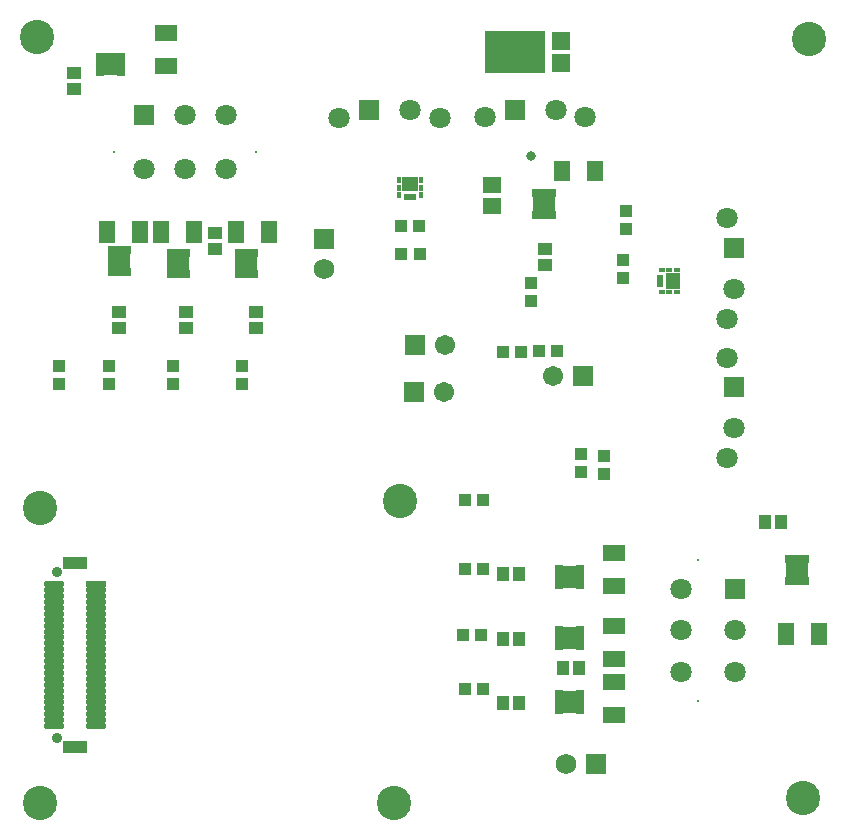
<source format=gts>
G04*
G04 #@! TF.GenerationSoftware,Altium Limited,Altium Designer,18.0.11 (651)*
G04*
G04 Layer_Color=8388736*
%FSLAX25Y25*%
%MOIN*%
G70*
G01*
G75*
%ADD17R,0.03150X0.00787*%
%ADD18R,0.00787X0.03150*%
%ADD42R,0.07493X0.04737*%
%ADD43R,0.01981X0.02769*%
%ADD44R,0.02769X0.01981*%
%ADD45R,0.04737X0.07493*%
%ADD46R,0.04143X0.04537*%
%ADD47R,0.19934X0.14028*%
%ADD48R,0.06312X0.06272*%
%ADD49R,0.06312X0.05328*%
%ADD50R,0.04147X0.04147*%
%ADD51R,0.03950X0.03950*%
%ADD52R,0.04537X0.04143*%
%ADD53R,0.05524X0.07296*%
%ADD54R,0.07296X0.05524*%
%ADD55R,0.07887X0.03950*%
%ADD56O,0.07099X0.01981*%
%ADD57R,0.07099X0.01981*%
%ADD58R,0.05524X0.07099*%
%ADD59R,0.03950X0.03950*%
%ADD60R,0.01981X0.03910*%
%ADD61R,0.02375X0.01784*%
%ADD62R,0.04737X0.05524*%
%ADD63R,0.03910X0.01981*%
%ADD64R,0.01784X0.02375*%
%ADD65R,0.05524X0.04737*%
%ADD66R,0.04147X0.04147*%
%ADD67R,0.06800X0.06800*%
%ADD68C,0.06800*%
%ADD69R,0.06800X0.06800*%
%ADD70C,0.07099*%
%ADD71R,0.07099X0.07099*%
%ADD72R,0.07099X0.07099*%
%ADD73C,0.00800*%
%ADD74C,0.03556*%
%ADD75C,0.06706*%
%ADD76R,0.06706X0.06706*%
%ADD77C,0.11430*%
%ADD78C,0.03162*%
D17*
X176772Y212795D02*
D03*
X264941Y84933D02*
D03*
X77559Y193004D02*
D03*
X54921D02*
D03*
X35236Y193791D02*
D03*
D18*
X190118Y45760D02*
D03*
Y67216D02*
D03*
X37205Y258358D02*
D03*
X190118Y87492D02*
D03*
D42*
X178740Y209842D02*
D03*
X262972Y87886D02*
D03*
X79528Y190051D02*
D03*
X56890D02*
D03*
X37205Y190839D02*
D03*
D43*
X181693Y213386D02*
D03*
X179724D02*
D03*
X177756D02*
D03*
X175787D02*
D03*
Y206299D02*
D03*
X177756D02*
D03*
X179724D02*
D03*
X181693D02*
D03*
X260020Y84342D02*
D03*
X261988D02*
D03*
X263957D02*
D03*
X265925D02*
D03*
Y91429D02*
D03*
X263957D02*
D03*
X261988D02*
D03*
X260020D02*
D03*
X82480Y186508D02*
D03*
X80512D02*
D03*
X78543D02*
D03*
X76575D02*
D03*
Y193595D02*
D03*
X78543D02*
D03*
X80512D02*
D03*
X82480D02*
D03*
X59843D02*
D03*
X57874D02*
D03*
X55906D02*
D03*
X53937D02*
D03*
Y186508D02*
D03*
X55906D02*
D03*
X57874D02*
D03*
X59843D02*
D03*
X40157Y187295D02*
D03*
X38189D02*
D03*
X36220D02*
D03*
X34252D02*
D03*
Y194382D02*
D03*
X36220D02*
D03*
X38189D02*
D03*
X40157D02*
D03*
D44*
X183622Y40839D02*
D03*
Y42807D02*
D03*
Y44776D02*
D03*
Y46744D02*
D03*
X190709D02*
D03*
Y44776D02*
D03*
Y42807D02*
D03*
Y40839D02*
D03*
X183622Y62295D02*
D03*
Y64264D02*
D03*
Y66232D02*
D03*
Y68201D02*
D03*
X190709D02*
D03*
Y66232D02*
D03*
Y64264D02*
D03*
Y62295D02*
D03*
X37795Y253437D02*
D03*
Y255405D02*
D03*
Y257374D02*
D03*
Y259343D02*
D03*
X30709D02*
D03*
Y257374D02*
D03*
Y255405D02*
D03*
Y253437D02*
D03*
X190709Y82571D02*
D03*
Y84539D02*
D03*
Y86508D02*
D03*
Y88476D02*
D03*
X183622D02*
D03*
Y86508D02*
D03*
Y84539D02*
D03*
Y82571D02*
D03*
D45*
X187165Y43791D02*
D03*
Y65248D02*
D03*
X34252Y256390D02*
D03*
X187165Y85524D02*
D03*
D46*
X170236Y43398D02*
D03*
X164921D02*
D03*
X170236Y64961D02*
D03*
X164921D02*
D03*
X170374Y86614D02*
D03*
X165059D02*
D03*
X252461Y103937D02*
D03*
X257776D02*
D03*
X190236Y55307D02*
D03*
X184921D02*
D03*
D47*
X168898Y260630D02*
D03*
D48*
X184547Y256988D02*
D03*
Y264232D02*
D03*
D49*
X161417Y216043D02*
D03*
Y209154D02*
D03*
D50*
X165059Y160630D02*
D03*
X171161D02*
D03*
X137303Y193201D02*
D03*
X131201D02*
D03*
D51*
X183071Y160709D02*
D03*
X177165D02*
D03*
X137008Y202650D02*
D03*
X131102D02*
D03*
X152362Y111024D02*
D03*
X158268D02*
D03*
X152362Y88150D02*
D03*
X158268D02*
D03*
X152362Y48181D02*
D03*
X158268D02*
D03*
X151772Y66102D02*
D03*
X157677D02*
D03*
D52*
X179134Y194783D02*
D03*
Y189469D02*
D03*
X68898Y200287D02*
D03*
Y194973D02*
D03*
X82677Y168398D02*
D03*
Y173713D02*
D03*
X22047Y248122D02*
D03*
Y253437D02*
D03*
X59449Y168398D02*
D03*
Y173713D02*
D03*
X37008Y168398D02*
D03*
Y173713D02*
D03*
D53*
X87008Y200681D02*
D03*
X75984D02*
D03*
X62205D02*
D03*
X51181D02*
D03*
X259449Y66535D02*
D03*
X270472D02*
D03*
X33071Y200681D02*
D03*
X44094D02*
D03*
D54*
X202126Y58063D02*
D03*
Y69087D02*
D03*
Y50681D02*
D03*
Y39658D02*
D03*
X52756Y266929D02*
D03*
Y255906D02*
D03*
X202126Y93496D02*
D03*
Y82472D02*
D03*
D55*
X22449Y90161D02*
D03*
Y28744D02*
D03*
D56*
X15362Y83075D02*
D03*
Y81106D02*
D03*
Y79138D02*
D03*
Y77169D02*
D03*
Y75201D02*
D03*
Y73232D02*
D03*
Y71264D02*
D03*
Y69295D02*
D03*
Y67327D02*
D03*
Y65358D02*
D03*
Y63390D02*
D03*
Y61421D02*
D03*
Y59453D02*
D03*
Y57484D02*
D03*
Y55516D02*
D03*
Y53547D02*
D03*
Y51579D02*
D03*
Y49610D02*
D03*
Y47642D02*
D03*
Y45673D02*
D03*
Y43705D02*
D03*
Y41736D02*
D03*
Y39768D02*
D03*
Y37799D02*
D03*
Y35831D02*
D03*
X29535D02*
D03*
Y37799D02*
D03*
Y39768D02*
D03*
Y41736D02*
D03*
Y43705D02*
D03*
Y45673D02*
D03*
Y47642D02*
D03*
Y49610D02*
D03*
Y51579D02*
D03*
Y53547D02*
D03*
Y55516D02*
D03*
Y57484D02*
D03*
Y59453D02*
D03*
Y61421D02*
D03*
Y63390D02*
D03*
Y65358D02*
D03*
Y67327D02*
D03*
Y69295D02*
D03*
Y71264D02*
D03*
Y73232D02*
D03*
Y75201D02*
D03*
Y77169D02*
D03*
Y79138D02*
D03*
Y81106D02*
D03*
D57*
Y83075D02*
D03*
D58*
X195669Y220866D02*
D03*
X184646D02*
D03*
D59*
X174409Y177559D02*
D03*
Y183465D02*
D03*
X205118Y185249D02*
D03*
Y191155D02*
D03*
X190945Y120472D02*
D03*
Y126378D02*
D03*
X77953Y150000D02*
D03*
Y155905D02*
D03*
X16929Y150000D02*
D03*
Y155905D02*
D03*
X33858Y150000D02*
D03*
Y155905D02*
D03*
X55118Y150000D02*
D03*
Y155905D02*
D03*
D60*
X217559Y184252D02*
D03*
D61*
X223031Y187894D02*
D03*
X220472D02*
D03*
X217913D02*
D03*
Y180610D02*
D03*
X220472D02*
D03*
X223031D02*
D03*
D62*
X221654Y184252D02*
D03*
D63*
X134154Y212335D02*
D03*
D64*
X130512Y217807D02*
D03*
Y215248D02*
D03*
Y212689D02*
D03*
X137795D02*
D03*
Y215248D02*
D03*
Y217807D02*
D03*
D65*
X134154Y216429D02*
D03*
D66*
X205905Y207592D02*
D03*
Y201489D02*
D03*
X198819Y119783D02*
D03*
Y125886D02*
D03*
D67*
X105512Y198031D02*
D03*
D68*
Y188189D02*
D03*
X186179Y23024D02*
D03*
D69*
X196021D02*
D03*
D70*
X192520Y238858D02*
D03*
X159055D02*
D03*
X182677Y241339D02*
D03*
X239646Y171653D02*
D03*
Y205118D02*
D03*
X242126Y181496D02*
D03*
X224410Y81496D02*
D03*
Y67716D02*
D03*
Y53937D02*
D03*
X242520D02*
D03*
Y67716D02*
D03*
X242126Y135039D02*
D03*
X239646Y158661D02*
D03*
Y125197D02*
D03*
X143898Y238575D02*
D03*
X110433D02*
D03*
X134055Y241055D02*
D03*
X45276Y221547D02*
D03*
X59055D02*
D03*
X72835D02*
D03*
Y239657D02*
D03*
X59055D02*
D03*
D71*
X168898Y241339D02*
D03*
X120276Y241055D02*
D03*
X45276Y239657D02*
D03*
D72*
X242126Y195276D02*
D03*
X242520Y81496D02*
D03*
X242126Y148819D02*
D03*
D73*
X230000Y44094D02*
D03*
Y91339D02*
D03*
X82677Y227138D02*
D03*
X35433D02*
D03*
D74*
X16543Y87209D02*
D03*
Y31697D02*
D03*
D75*
X145433Y147138D02*
D03*
X181733Y152363D02*
D03*
X145669Y162992D02*
D03*
D76*
X135433Y147138D02*
D03*
X191733Y152363D02*
D03*
X135669Y162992D02*
D03*
D77*
X264961Y11811D02*
D03*
X266929Y264961D02*
D03*
X9843Y265642D02*
D03*
X10638Y10240D02*
D03*
X128748D02*
D03*
X130709Y110736D02*
D03*
X10638Y108665D02*
D03*
D78*
X174409Y225984D02*
D03*
M02*

</source>
